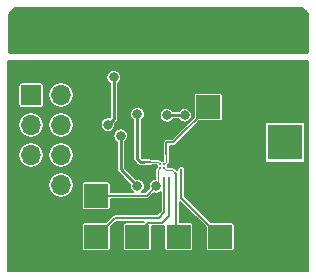
<source format=gbl>
G04 #@! TF.GenerationSoftware,KiCad,Pcbnew,(5.1.10)-1*
G04 #@! TF.CreationDate,2021-12-08T09:06:10-05:00*
G04 #@! TF.ProjectId,WS2812_Driver,57533238-3132-45f4-9472-697665722e6b,rev?*
G04 #@! TF.SameCoordinates,Original*
G04 #@! TF.FileFunction,Copper,L2,Bot*
G04 #@! TF.FilePolarity,Positive*
%FSLAX46Y46*%
G04 Gerber Fmt 4.6, Leading zero omitted, Abs format (unit mm)*
G04 Created by KiCad (PCBNEW (5.1.10)-1) date 2021-12-08 09:06:10*
%MOMM*%
%LPD*%
G01*
G04 APERTURE LIST*
G04 #@! TA.AperFunction,SMDPad,CuDef*
%ADD10R,2.000000X2.000000*%
G04 #@! TD*
G04 #@! TA.AperFunction,ComponentPad*
%ADD11O,1.700000X1.700000*%
G04 #@! TD*
G04 #@! TA.AperFunction,ComponentPad*
%ADD12R,1.700000X1.700000*%
G04 #@! TD*
G04 #@! TA.AperFunction,ComponentPad*
%ADD13R,3.000000X3.000000*%
G04 #@! TD*
G04 #@! TA.AperFunction,ViaPad*
%ADD14C,0.800000*%
G04 #@! TD*
G04 #@! TA.AperFunction,ViaPad*
%ADD15C,0.200000*%
G04 #@! TD*
G04 #@! TA.AperFunction,Conductor*
%ADD16C,0.250000*%
G04 #@! TD*
G04 #@! TA.AperFunction,Conductor*
%ADD17C,0.150000*%
G04 #@! TD*
G04 #@! TA.AperFunction,Conductor*
%ADD18C,0.101600*%
G04 #@! TD*
G04 #@! TA.AperFunction,Conductor*
%ADD19C,0.254000*%
G04 #@! TD*
G04 APERTURE END LIST*
D10*
X94680000Y-92970000D03*
X85180000Y-100470000D03*
D11*
X82220000Y-99590000D03*
X79680000Y-99590000D03*
X82220000Y-97050000D03*
X79680000Y-97050000D03*
X82220000Y-94510000D03*
X79680000Y-94510000D03*
X82220000Y-91970000D03*
D12*
X79680000Y-91970000D03*
D10*
X88680000Y-103970000D03*
X85180000Y-103970000D03*
X95680000Y-103970000D03*
X92180000Y-103970000D03*
D13*
X101180000Y-104970000D03*
X101180000Y-95970000D03*
X101180000Y-86470000D03*
X79680000Y-104970000D03*
X79680000Y-86470000D03*
D14*
X96180000Y-97970000D03*
X84380000Y-92970000D03*
X89980000Y-93070000D03*
X87680000Y-93570000D03*
X97680000Y-89870000D03*
D15*
X89580000Y-97970000D03*
X89750000Y-99085000D03*
D14*
X87260000Y-95410000D03*
X91180000Y-93670000D03*
X88680006Y-99670000D03*
X92680000Y-93670000D03*
X88680000Y-93570000D03*
D15*
X90605000Y-97800000D03*
X90960000Y-98150000D03*
X92380000Y-98270000D03*
X90955000Y-98965000D03*
X91380000Y-98970000D03*
D14*
X86680000Y-90470000D03*
X86180000Y-94470000D03*
X90240000Y-99680000D03*
D15*
X90605000Y-98150000D03*
X91180000Y-95970000D03*
X90960000Y-97800000D03*
D16*
X87260000Y-95410000D02*
X87260000Y-98249994D01*
X87260000Y-98249994D02*
X88680006Y-99670000D01*
X91180000Y-93670000D02*
X92580000Y-93670000D01*
X92580000Y-93670000D02*
X92680000Y-93670000D01*
X88680000Y-93570000D02*
X88680000Y-97370000D01*
X88680000Y-97370000D02*
X88940000Y-97630000D01*
X89245000Y-97630000D02*
X88940000Y-97630000D01*
D17*
X89800000Y-97630000D02*
X89245000Y-97630000D01*
D18*
X89805000Y-97625000D02*
X89800000Y-97630000D01*
X90430000Y-97625000D02*
X89805000Y-97625000D01*
X90605000Y-97800000D02*
X90430000Y-97625000D01*
D17*
X91830000Y-98520000D02*
X91980000Y-98670000D01*
D18*
X91135000Y-98325000D02*
X91635000Y-98325000D01*
X91635000Y-98325000D02*
X91830000Y-98520000D01*
X91130000Y-98320000D02*
X91135000Y-98325000D01*
D17*
X91980000Y-103770000D02*
X92180000Y-103970000D01*
X91980000Y-98670000D02*
X91980000Y-103770000D01*
D18*
X91130000Y-98320000D02*
X90960000Y-98150000D01*
D17*
X92380000Y-100670000D02*
X92380000Y-98270000D01*
X95680000Y-103970000D02*
X92380000Y-100670000D01*
X86780000Y-102370000D02*
X85180000Y-103970000D01*
X90480000Y-102370000D02*
X86780000Y-102370000D01*
X90955000Y-101895000D02*
X90480000Y-102370000D01*
X90955000Y-98965000D02*
X90955000Y-101895000D01*
X91380000Y-102170000D02*
X91380000Y-98970000D01*
X90780000Y-102770000D02*
X91380000Y-102170000D01*
X89580000Y-102770000D02*
X90780000Y-102770000D01*
X88680000Y-103670000D02*
X89580000Y-102770000D01*
D16*
X86680000Y-90470000D02*
X86680000Y-93970000D01*
X86680000Y-93970000D02*
X86180000Y-94470000D01*
D17*
X89450000Y-100470000D02*
X90240000Y-99680000D01*
X85180000Y-100470000D02*
X89450000Y-100470000D01*
D18*
X90430000Y-98330000D02*
X90430000Y-99490000D01*
X90430000Y-99490000D02*
X90240000Y-99680000D01*
X90440000Y-98320000D02*
X90430000Y-98330000D01*
X90440000Y-98315000D02*
X90605000Y-98150000D01*
X90440000Y-98320000D02*
X90440000Y-98315000D01*
X91130000Y-97630000D02*
X91130000Y-96980000D01*
D17*
X91130000Y-96020000D02*
X91180000Y-95970000D01*
X91130000Y-96980000D02*
X91130000Y-96020000D01*
X94680000Y-93020000D02*
X94680000Y-92970000D01*
X91730000Y-95970000D02*
X94680000Y-93020000D01*
X91180000Y-95970000D02*
X91730000Y-95970000D01*
D18*
X91130000Y-97630000D02*
X90960000Y-97800000D01*
D19*
X102826612Y-84811848D02*
X103053000Y-85085503D01*
X103053000Y-88343000D01*
X77807000Y-88343000D01*
X77807000Y-85086818D01*
X78021848Y-84823388D01*
X78295503Y-84597000D01*
X102563182Y-84597000D01*
X102826612Y-84811848D01*
G04 #@! TA.AperFunction,Conductor*
D17*
G36*
X102826612Y-84811848D02*
G01*
X103053000Y-85085503D01*
X103053000Y-88343000D01*
X77807000Y-88343000D01*
X77807000Y-85086818D01*
X78021848Y-84823388D01*
X78295503Y-84597000D01*
X102563182Y-84597000D01*
X102826612Y-84811848D01*
G37*
G04 #@! TD.AperFunction*
X103105000Y-106895000D02*
X77755000Y-106895000D01*
X77755000Y-99484122D01*
X81145000Y-99484122D01*
X81145000Y-99695878D01*
X81186312Y-99903566D01*
X81267348Y-100099203D01*
X81384993Y-100275272D01*
X81534728Y-100425007D01*
X81710797Y-100542652D01*
X81906434Y-100623688D01*
X82114122Y-100665000D01*
X82325878Y-100665000D01*
X82533566Y-100623688D01*
X82729203Y-100542652D01*
X82905272Y-100425007D01*
X83055007Y-100275272D01*
X83172652Y-100099203D01*
X83253688Y-99903566D01*
X83295000Y-99695878D01*
X83295000Y-99484122D01*
X83292191Y-99470000D01*
X83953912Y-99470000D01*
X83953912Y-101470000D01*
X83958256Y-101514108D01*
X83971122Y-101556520D01*
X83992015Y-101595608D01*
X84020132Y-101629868D01*
X84054392Y-101657985D01*
X84093480Y-101678878D01*
X84135892Y-101691744D01*
X84180000Y-101696088D01*
X86180000Y-101696088D01*
X86224108Y-101691744D01*
X86266520Y-101678878D01*
X86305608Y-101657985D01*
X86339868Y-101629868D01*
X86367985Y-101595608D01*
X86388878Y-101556520D01*
X86401744Y-101514108D01*
X86406088Y-101470000D01*
X86406088Y-100770000D01*
X89435277Y-100770000D01*
X89450000Y-100771450D01*
X89464723Y-100770000D01*
X89464733Y-100770000D01*
X89508810Y-100765659D01*
X89565360Y-100748504D01*
X89617477Y-100720647D01*
X89663158Y-100683158D01*
X89672553Y-100671710D01*
X90062356Y-100281908D01*
X90178443Y-100305000D01*
X90301557Y-100305000D01*
X90422306Y-100280981D01*
X90536048Y-100233868D01*
X90638414Y-100165469D01*
X90655000Y-100148883D01*
X90655001Y-101770735D01*
X90355737Y-102070000D01*
X86794730Y-102070000D01*
X86780000Y-102068549D01*
X86765270Y-102070000D01*
X86765267Y-102070000D01*
X86721190Y-102074341D01*
X86677801Y-102087503D01*
X86664639Y-102091496D01*
X86612522Y-102119353D01*
X86578285Y-102147450D01*
X86578279Y-102147456D01*
X86566842Y-102156842D01*
X86557456Y-102168279D01*
X85981824Y-102743912D01*
X84180000Y-102743912D01*
X84135892Y-102748256D01*
X84093480Y-102761122D01*
X84054392Y-102782015D01*
X84020132Y-102810132D01*
X83992015Y-102844392D01*
X83971122Y-102883480D01*
X83958256Y-102925892D01*
X83953912Y-102970000D01*
X83953912Y-104970000D01*
X83958256Y-105014108D01*
X83971122Y-105056520D01*
X83992015Y-105095608D01*
X84020132Y-105129868D01*
X84054392Y-105157985D01*
X84093480Y-105178878D01*
X84135892Y-105191744D01*
X84180000Y-105196088D01*
X86180000Y-105196088D01*
X86224108Y-105191744D01*
X86266520Y-105178878D01*
X86305608Y-105157985D01*
X86339868Y-105129868D01*
X86367985Y-105095608D01*
X86388878Y-105056520D01*
X86401744Y-105014108D01*
X86406088Y-104970000D01*
X86406088Y-103168176D01*
X86904265Y-102670000D01*
X89255736Y-102670000D01*
X89181824Y-102743912D01*
X87680000Y-102743912D01*
X87635892Y-102748256D01*
X87593480Y-102761122D01*
X87554392Y-102782015D01*
X87520132Y-102810132D01*
X87492015Y-102844392D01*
X87471122Y-102883480D01*
X87458256Y-102925892D01*
X87453912Y-102970000D01*
X87453912Y-104970000D01*
X87458256Y-105014108D01*
X87471122Y-105056520D01*
X87492015Y-105095608D01*
X87520132Y-105129868D01*
X87554392Y-105157985D01*
X87593480Y-105178878D01*
X87635892Y-105191744D01*
X87680000Y-105196088D01*
X89680000Y-105196088D01*
X89724108Y-105191744D01*
X89766520Y-105178878D01*
X89805608Y-105157985D01*
X89839868Y-105129868D01*
X89867985Y-105095608D01*
X89888878Y-105056520D01*
X89901744Y-105014108D01*
X89906088Y-104970000D01*
X89906088Y-103070000D01*
X90765277Y-103070000D01*
X90780000Y-103071450D01*
X90794723Y-103070000D01*
X90794733Y-103070000D01*
X90838810Y-103065659D01*
X90895360Y-103048504D01*
X90947477Y-103020647D01*
X90953912Y-103015366D01*
X90953912Y-104970000D01*
X90958256Y-105014108D01*
X90971122Y-105056520D01*
X90992015Y-105095608D01*
X91020132Y-105129868D01*
X91054392Y-105157985D01*
X91093480Y-105178878D01*
X91135892Y-105191744D01*
X91180000Y-105196088D01*
X93180000Y-105196088D01*
X93224108Y-105191744D01*
X93266520Y-105178878D01*
X93305608Y-105157985D01*
X93339868Y-105129868D01*
X93367985Y-105095608D01*
X93388878Y-105056520D01*
X93401744Y-105014108D01*
X93406088Y-104970000D01*
X93406088Y-102970000D01*
X93401744Y-102925892D01*
X93388878Y-102883480D01*
X93367985Y-102844392D01*
X93339868Y-102810132D01*
X93305608Y-102782015D01*
X93266520Y-102761122D01*
X93224108Y-102748256D01*
X93180000Y-102743912D01*
X92280000Y-102743912D01*
X92280000Y-100994263D01*
X94453912Y-103168176D01*
X94453912Y-104970000D01*
X94458256Y-105014108D01*
X94471122Y-105056520D01*
X94492015Y-105095608D01*
X94520132Y-105129868D01*
X94554392Y-105157985D01*
X94593480Y-105178878D01*
X94635892Y-105191744D01*
X94680000Y-105196088D01*
X96680000Y-105196088D01*
X96724108Y-105191744D01*
X96766520Y-105178878D01*
X96805608Y-105157985D01*
X96839868Y-105129868D01*
X96867985Y-105095608D01*
X96888878Y-105056520D01*
X96901744Y-105014108D01*
X96906088Y-104970000D01*
X96906088Y-102970000D01*
X96901744Y-102925892D01*
X96888878Y-102883480D01*
X96867985Y-102844392D01*
X96839868Y-102810132D01*
X96805608Y-102782015D01*
X96766520Y-102761122D01*
X96724108Y-102748256D01*
X96680000Y-102743912D01*
X94878176Y-102743912D01*
X92680000Y-100545737D01*
X92680000Y-98395003D01*
X92692511Y-98364799D01*
X92705000Y-98302010D01*
X92705000Y-98237990D01*
X92692511Y-98175201D01*
X92668012Y-98116055D01*
X92632444Y-98062824D01*
X92587176Y-98017556D01*
X92533945Y-97981988D01*
X92474799Y-97957489D01*
X92412010Y-97945000D01*
X92347990Y-97945000D01*
X92285201Y-97957489D01*
X92226055Y-97981988D01*
X92172824Y-98017556D01*
X92127556Y-98062824D01*
X92091988Y-98116055D01*
X92067489Y-98175201D01*
X92055000Y-98237990D01*
X92055000Y-98302010D01*
X92059650Y-98325387D01*
X92031714Y-98297451D01*
X91997477Y-98269353D01*
X91945360Y-98241497D01*
X91939872Y-98239832D01*
X91839596Y-98139557D01*
X91830963Y-98129037D01*
X91788967Y-98094572D01*
X91741055Y-98068962D01*
X91689066Y-98053191D01*
X91648544Y-98049200D01*
X91648534Y-98049200D01*
X91635000Y-98047867D01*
X91621466Y-98049200D01*
X91270025Y-98049200D01*
X91248012Y-97996055D01*
X91233943Y-97975000D01*
X91248012Y-97953945D01*
X91272511Y-97894799D01*
X91276799Y-97873240D01*
X91315442Y-97834597D01*
X91325963Y-97825963D01*
X91349341Y-97797477D01*
X91360428Y-97783968D01*
X91386038Y-97736055D01*
X91392445Y-97714935D01*
X91401809Y-97684066D01*
X91405800Y-97643544D01*
X91405800Y-97643535D01*
X91407133Y-97630001D01*
X91405800Y-97616467D01*
X91405800Y-97100419D01*
X91408504Y-97095360D01*
X91425659Y-97038810D01*
X91430000Y-96994733D01*
X91430000Y-96270000D01*
X91715277Y-96270000D01*
X91730000Y-96271450D01*
X91744723Y-96270000D01*
X91744733Y-96270000D01*
X91788810Y-96265659D01*
X91845360Y-96248504D01*
X91897477Y-96220647D01*
X91943158Y-96183158D01*
X91952553Y-96171710D01*
X93654263Y-94470000D01*
X99453912Y-94470000D01*
X99453912Y-97470000D01*
X99458256Y-97514108D01*
X99471122Y-97556520D01*
X99492015Y-97595608D01*
X99520132Y-97629868D01*
X99554392Y-97657985D01*
X99593480Y-97678878D01*
X99635892Y-97691744D01*
X99680000Y-97696088D01*
X102680000Y-97696088D01*
X102724108Y-97691744D01*
X102766520Y-97678878D01*
X102805608Y-97657985D01*
X102839868Y-97629868D01*
X102867985Y-97595608D01*
X102888878Y-97556520D01*
X102901744Y-97514108D01*
X102906088Y-97470000D01*
X102906088Y-94470000D01*
X102901744Y-94425892D01*
X102888878Y-94383480D01*
X102867985Y-94344392D01*
X102839868Y-94310132D01*
X102805608Y-94282015D01*
X102766520Y-94261122D01*
X102724108Y-94248256D01*
X102680000Y-94243912D01*
X99680000Y-94243912D01*
X99635892Y-94248256D01*
X99593480Y-94261122D01*
X99554392Y-94282015D01*
X99520132Y-94310132D01*
X99492015Y-94344392D01*
X99471122Y-94383480D01*
X99458256Y-94425892D01*
X99453912Y-94470000D01*
X93654263Y-94470000D01*
X93928176Y-94196088D01*
X95680000Y-94196088D01*
X95724108Y-94191744D01*
X95766520Y-94178878D01*
X95805608Y-94157985D01*
X95839868Y-94129868D01*
X95867985Y-94095608D01*
X95888878Y-94056520D01*
X95901744Y-94014108D01*
X95906088Y-93970000D01*
X95906088Y-91970000D01*
X95901744Y-91925892D01*
X95888878Y-91883480D01*
X95867985Y-91844392D01*
X95839868Y-91810132D01*
X95805608Y-91782015D01*
X95766520Y-91761122D01*
X95724108Y-91748256D01*
X95680000Y-91743912D01*
X93680000Y-91743912D01*
X93635892Y-91748256D01*
X93593480Y-91761122D01*
X93554392Y-91782015D01*
X93520132Y-91810132D01*
X93492015Y-91844392D01*
X93471122Y-91883480D01*
X93458256Y-91925892D01*
X93453912Y-91970000D01*
X93453912Y-93821824D01*
X91605737Y-95670000D01*
X91305003Y-95670000D01*
X91274799Y-95657489D01*
X91212010Y-95645000D01*
X91147990Y-95645000D01*
X91085201Y-95657489D01*
X91026055Y-95681988D01*
X90972824Y-95717556D01*
X90927556Y-95762824D01*
X90891988Y-95816055D01*
X90868375Y-95873063D01*
X90851497Y-95904640D01*
X90834342Y-95961190D01*
X90828550Y-96020000D01*
X90830001Y-96034733D01*
X90830000Y-96994732D01*
X90834341Y-97038809D01*
X90851496Y-97095359D01*
X90854201Y-97100419D01*
X90854200Y-97492046D01*
X90806055Y-97511988D01*
X90782500Y-97527727D01*
X90758945Y-97511988D01*
X90699799Y-97487489D01*
X90678240Y-97483201D01*
X90634599Y-97439560D01*
X90625963Y-97429037D01*
X90583967Y-97394572D01*
X90536055Y-97368962D01*
X90484066Y-97353191D01*
X90443544Y-97349200D01*
X90443534Y-97349200D01*
X90430000Y-97347867D01*
X90416466Y-97349200D01*
X89907791Y-97349200D01*
X89858810Y-97334341D01*
X89814733Y-97330000D01*
X89426213Y-97330000D01*
X89379587Y-97305078D01*
X89313612Y-97285065D01*
X89262189Y-97280000D01*
X89084974Y-97280000D01*
X89030000Y-97225026D01*
X89030000Y-94087818D01*
X89078414Y-94055469D01*
X89165469Y-93968414D01*
X89233868Y-93866048D01*
X89280981Y-93752306D01*
X89305000Y-93631557D01*
X89305000Y-93608443D01*
X90555000Y-93608443D01*
X90555000Y-93731557D01*
X90579019Y-93852306D01*
X90626132Y-93966048D01*
X90694531Y-94068414D01*
X90781586Y-94155469D01*
X90883952Y-94223868D01*
X90997694Y-94270981D01*
X91118443Y-94295000D01*
X91241557Y-94295000D01*
X91362306Y-94270981D01*
X91476048Y-94223868D01*
X91578414Y-94155469D01*
X91665469Y-94068414D01*
X91697818Y-94020000D01*
X92162182Y-94020000D01*
X92194531Y-94068414D01*
X92281586Y-94155469D01*
X92383952Y-94223868D01*
X92497694Y-94270981D01*
X92618443Y-94295000D01*
X92741557Y-94295000D01*
X92862306Y-94270981D01*
X92976048Y-94223868D01*
X93078414Y-94155469D01*
X93165469Y-94068414D01*
X93233868Y-93966048D01*
X93280981Y-93852306D01*
X93305000Y-93731557D01*
X93305000Y-93608443D01*
X93280981Y-93487694D01*
X93233868Y-93373952D01*
X93165469Y-93271586D01*
X93078414Y-93184531D01*
X92976048Y-93116132D01*
X92862306Y-93069019D01*
X92741557Y-93045000D01*
X92618443Y-93045000D01*
X92497694Y-93069019D01*
X92383952Y-93116132D01*
X92281586Y-93184531D01*
X92194531Y-93271586D01*
X92162182Y-93320000D01*
X91697818Y-93320000D01*
X91665469Y-93271586D01*
X91578414Y-93184531D01*
X91476048Y-93116132D01*
X91362306Y-93069019D01*
X91241557Y-93045000D01*
X91118443Y-93045000D01*
X90997694Y-93069019D01*
X90883952Y-93116132D01*
X90781586Y-93184531D01*
X90694531Y-93271586D01*
X90626132Y-93373952D01*
X90579019Y-93487694D01*
X90555000Y-93608443D01*
X89305000Y-93608443D01*
X89305000Y-93508443D01*
X89280981Y-93387694D01*
X89233868Y-93273952D01*
X89165469Y-93171586D01*
X89078414Y-93084531D01*
X88976048Y-93016132D01*
X88862306Y-92969019D01*
X88741557Y-92945000D01*
X88618443Y-92945000D01*
X88497694Y-92969019D01*
X88383952Y-93016132D01*
X88281586Y-93084531D01*
X88194531Y-93171586D01*
X88126132Y-93273952D01*
X88079019Y-93387694D01*
X88055000Y-93508443D01*
X88055000Y-93631557D01*
X88079019Y-93752306D01*
X88126132Y-93866048D01*
X88194531Y-93968414D01*
X88281586Y-94055469D01*
X88330000Y-94087818D01*
X88330001Y-97352802D01*
X88328307Y-97370000D01*
X88335065Y-97438611D01*
X88346104Y-97475000D01*
X88355079Y-97504587D01*
X88387579Y-97565390D01*
X88431316Y-97618685D01*
X88444675Y-97629648D01*
X88680355Y-97865330D01*
X88691315Y-97878685D01*
X88741137Y-97919572D01*
X88744610Y-97922422D01*
X88805413Y-97954922D01*
X88871388Y-97974935D01*
X88940000Y-97981694D01*
X88957196Y-97980000D01*
X89262189Y-97980000D01*
X89313612Y-97974935D01*
X89379587Y-97954922D01*
X89426213Y-97930000D01*
X89814733Y-97930000D01*
X89858810Y-97925659D01*
X89915360Y-97908504D01*
X89929773Y-97900800D01*
X90294975Y-97900800D01*
X90316988Y-97953945D01*
X90331057Y-97975000D01*
X90316988Y-97996055D01*
X90292489Y-98055201D01*
X90288201Y-98076760D01*
X90254560Y-98110401D01*
X90244037Y-98119037D01*
X90209572Y-98161033D01*
X90205257Y-98169106D01*
X90199572Y-98176033D01*
X90173962Y-98223946D01*
X90158191Y-98275935D01*
X90154200Y-98316457D01*
X90154200Y-98316466D01*
X90152867Y-98330000D01*
X90154200Y-98343534D01*
X90154201Y-99059822D01*
X90057694Y-99079019D01*
X89943952Y-99126132D01*
X89841586Y-99194531D01*
X89754531Y-99281586D01*
X89686132Y-99383952D01*
X89639019Y-99497694D01*
X89615000Y-99618443D01*
X89615000Y-99741557D01*
X89638092Y-99857644D01*
X89325737Y-100170000D01*
X89056673Y-100170000D01*
X89078420Y-100155469D01*
X89165475Y-100068414D01*
X89233874Y-99966048D01*
X89280987Y-99852306D01*
X89305006Y-99731557D01*
X89305006Y-99608443D01*
X89280987Y-99487694D01*
X89233874Y-99373952D01*
X89165475Y-99271586D01*
X89078420Y-99184531D01*
X88976054Y-99116132D01*
X88862312Y-99069019D01*
X88741563Y-99045000D01*
X88618449Y-99045000D01*
X88561340Y-99056360D01*
X87610000Y-98105021D01*
X87610000Y-95927818D01*
X87658414Y-95895469D01*
X87745469Y-95808414D01*
X87813868Y-95706048D01*
X87860981Y-95592306D01*
X87885000Y-95471557D01*
X87885000Y-95348443D01*
X87860981Y-95227694D01*
X87813868Y-95113952D01*
X87745469Y-95011586D01*
X87658414Y-94924531D01*
X87556048Y-94856132D01*
X87442306Y-94809019D01*
X87321557Y-94785000D01*
X87198443Y-94785000D01*
X87077694Y-94809019D01*
X86963952Y-94856132D01*
X86861586Y-94924531D01*
X86774531Y-95011586D01*
X86706132Y-95113952D01*
X86659019Y-95227694D01*
X86635000Y-95348443D01*
X86635000Y-95471557D01*
X86659019Y-95592306D01*
X86706132Y-95706048D01*
X86774531Y-95808414D01*
X86861586Y-95895469D01*
X86910000Y-95927818D01*
X86910001Y-98232796D01*
X86908307Y-98249994D01*
X86915065Y-98318605D01*
X86931889Y-98374065D01*
X86935079Y-98384581D01*
X86967579Y-98445384D01*
X87011316Y-98498679D01*
X87024676Y-98509643D01*
X88066366Y-99551334D01*
X88055006Y-99608443D01*
X88055006Y-99731557D01*
X88079025Y-99852306D01*
X88126138Y-99966048D01*
X88194537Y-100068414D01*
X88281592Y-100155469D01*
X88303339Y-100170000D01*
X86406088Y-100170000D01*
X86406088Y-99470000D01*
X86401744Y-99425892D01*
X86388878Y-99383480D01*
X86367985Y-99344392D01*
X86339868Y-99310132D01*
X86305608Y-99282015D01*
X86266520Y-99261122D01*
X86224108Y-99248256D01*
X86180000Y-99243912D01*
X84180000Y-99243912D01*
X84135892Y-99248256D01*
X84093480Y-99261122D01*
X84054392Y-99282015D01*
X84020132Y-99310132D01*
X83992015Y-99344392D01*
X83971122Y-99383480D01*
X83958256Y-99425892D01*
X83953912Y-99470000D01*
X83292191Y-99470000D01*
X83253688Y-99276434D01*
X83172652Y-99080797D01*
X83055007Y-98904728D01*
X82905272Y-98754993D01*
X82729203Y-98637348D01*
X82533566Y-98556312D01*
X82325878Y-98515000D01*
X82114122Y-98515000D01*
X81906434Y-98556312D01*
X81710797Y-98637348D01*
X81534728Y-98754993D01*
X81384993Y-98904728D01*
X81267348Y-99080797D01*
X81186312Y-99276434D01*
X81145000Y-99484122D01*
X77755000Y-99484122D01*
X77755000Y-96944122D01*
X78605000Y-96944122D01*
X78605000Y-97155878D01*
X78646312Y-97363566D01*
X78727348Y-97559203D01*
X78844993Y-97735272D01*
X78994728Y-97885007D01*
X79170797Y-98002652D01*
X79366434Y-98083688D01*
X79574122Y-98125000D01*
X79785878Y-98125000D01*
X79993566Y-98083688D01*
X80189203Y-98002652D01*
X80365272Y-97885007D01*
X80515007Y-97735272D01*
X80632652Y-97559203D01*
X80713688Y-97363566D01*
X80755000Y-97155878D01*
X80755000Y-96944122D01*
X81145000Y-96944122D01*
X81145000Y-97155878D01*
X81186312Y-97363566D01*
X81267348Y-97559203D01*
X81384993Y-97735272D01*
X81534728Y-97885007D01*
X81710797Y-98002652D01*
X81906434Y-98083688D01*
X82114122Y-98125000D01*
X82325878Y-98125000D01*
X82533566Y-98083688D01*
X82729203Y-98002652D01*
X82905272Y-97885007D01*
X83055007Y-97735272D01*
X83172652Y-97559203D01*
X83253688Y-97363566D01*
X83295000Y-97155878D01*
X83295000Y-96944122D01*
X83253688Y-96736434D01*
X83172652Y-96540797D01*
X83055007Y-96364728D01*
X82905272Y-96214993D01*
X82729203Y-96097348D01*
X82533566Y-96016312D01*
X82325878Y-95975000D01*
X82114122Y-95975000D01*
X81906434Y-96016312D01*
X81710797Y-96097348D01*
X81534728Y-96214993D01*
X81384993Y-96364728D01*
X81267348Y-96540797D01*
X81186312Y-96736434D01*
X81145000Y-96944122D01*
X80755000Y-96944122D01*
X80713688Y-96736434D01*
X80632652Y-96540797D01*
X80515007Y-96364728D01*
X80365272Y-96214993D01*
X80189203Y-96097348D01*
X79993566Y-96016312D01*
X79785878Y-95975000D01*
X79574122Y-95975000D01*
X79366434Y-96016312D01*
X79170797Y-96097348D01*
X78994728Y-96214993D01*
X78844993Y-96364728D01*
X78727348Y-96540797D01*
X78646312Y-96736434D01*
X78605000Y-96944122D01*
X77755000Y-96944122D01*
X77755000Y-94404122D01*
X78605000Y-94404122D01*
X78605000Y-94615878D01*
X78646312Y-94823566D01*
X78727348Y-95019203D01*
X78844993Y-95195272D01*
X78994728Y-95345007D01*
X79170797Y-95462652D01*
X79366434Y-95543688D01*
X79574122Y-95585000D01*
X79785878Y-95585000D01*
X79993566Y-95543688D01*
X80189203Y-95462652D01*
X80365272Y-95345007D01*
X80515007Y-95195272D01*
X80632652Y-95019203D01*
X80713688Y-94823566D01*
X80755000Y-94615878D01*
X80755000Y-94404122D01*
X81145000Y-94404122D01*
X81145000Y-94615878D01*
X81186312Y-94823566D01*
X81267348Y-95019203D01*
X81384993Y-95195272D01*
X81534728Y-95345007D01*
X81710797Y-95462652D01*
X81906434Y-95543688D01*
X82114122Y-95585000D01*
X82325878Y-95585000D01*
X82533566Y-95543688D01*
X82729203Y-95462652D01*
X82905272Y-95345007D01*
X83055007Y-95195272D01*
X83172652Y-95019203D01*
X83253688Y-94823566D01*
X83295000Y-94615878D01*
X83295000Y-94408443D01*
X85555000Y-94408443D01*
X85555000Y-94531557D01*
X85579019Y-94652306D01*
X85626132Y-94766048D01*
X85694531Y-94868414D01*
X85781586Y-94955469D01*
X85883952Y-95023868D01*
X85997694Y-95070981D01*
X86118443Y-95095000D01*
X86241557Y-95095000D01*
X86362306Y-95070981D01*
X86476048Y-95023868D01*
X86578414Y-94955469D01*
X86665469Y-94868414D01*
X86733868Y-94766048D01*
X86780981Y-94652306D01*
X86805000Y-94531557D01*
X86805000Y-94408443D01*
X86793640Y-94351334D01*
X86915325Y-94229649D01*
X86928685Y-94218685D01*
X86972422Y-94165390D01*
X86994616Y-94123868D01*
X87004922Y-94104588D01*
X87024935Y-94038612D01*
X87031693Y-93970000D01*
X87030000Y-93952811D01*
X87030000Y-90987818D01*
X87078414Y-90955469D01*
X87165469Y-90868414D01*
X87233868Y-90766048D01*
X87280981Y-90652306D01*
X87305000Y-90531557D01*
X87305000Y-90408443D01*
X87280981Y-90287694D01*
X87233868Y-90173952D01*
X87165469Y-90071586D01*
X87078414Y-89984531D01*
X86976048Y-89916132D01*
X86862306Y-89869019D01*
X86741557Y-89845000D01*
X86618443Y-89845000D01*
X86497694Y-89869019D01*
X86383952Y-89916132D01*
X86281586Y-89984531D01*
X86194531Y-90071586D01*
X86126132Y-90173952D01*
X86079019Y-90287694D01*
X86055000Y-90408443D01*
X86055000Y-90531557D01*
X86079019Y-90652306D01*
X86126132Y-90766048D01*
X86194531Y-90868414D01*
X86281586Y-90955469D01*
X86330000Y-90987818D01*
X86330001Y-93825025D01*
X86298666Y-93856360D01*
X86241557Y-93845000D01*
X86118443Y-93845000D01*
X85997694Y-93869019D01*
X85883952Y-93916132D01*
X85781586Y-93984531D01*
X85694531Y-94071586D01*
X85626132Y-94173952D01*
X85579019Y-94287694D01*
X85555000Y-94408443D01*
X83295000Y-94408443D01*
X83295000Y-94404122D01*
X83253688Y-94196434D01*
X83172652Y-94000797D01*
X83055007Y-93824728D01*
X82905272Y-93674993D01*
X82729203Y-93557348D01*
X82533566Y-93476312D01*
X82325878Y-93435000D01*
X82114122Y-93435000D01*
X81906434Y-93476312D01*
X81710797Y-93557348D01*
X81534728Y-93674993D01*
X81384993Y-93824728D01*
X81267348Y-94000797D01*
X81186312Y-94196434D01*
X81145000Y-94404122D01*
X80755000Y-94404122D01*
X80713688Y-94196434D01*
X80632652Y-94000797D01*
X80515007Y-93824728D01*
X80365272Y-93674993D01*
X80189203Y-93557348D01*
X79993566Y-93476312D01*
X79785878Y-93435000D01*
X79574122Y-93435000D01*
X79366434Y-93476312D01*
X79170797Y-93557348D01*
X78994728Y-93674993D01*
X78844993Y-93824728D01*
X78727348Y-94000797D01*
X78646312Y-94196434D01*
X78605000Y-94404122D01*
X77755000Y-94404122D01*
X77755000Y-91120000D01*
X78603912Y-91120000D01*
X78603912Y-92820000D01*
X78608256Y-92864108D01*
X78621122Y-92906520D01*
X78642015Y-92945608D01*
X78670132Y-92979868D01*
X78704392Y-93007985D01*
X78743480Y-93028878D01*
X78785892Y-93041744D01*
X78830000Y-93046088D01*
X80530000Y-93046088D01*
X80574108Y-93041744D01*
X80616520Y-93028878D01*
X80655608Y-93007985D01*
X80689868Y-92979868D01*
X80717985Y-92945608D01*
X80738878Y-92906520D01*
X80751744Y-92864108D01*
X80756088Y-92820000D01*
X80756088Y-91864122D01*
X81145000Y-91864122D01*
X81145000Y-92075878D01*
X81186312Y-92283566D01*
X81267348Y-92479203D01*
X81384993Y-92655272D01*
X81534728Y-92805007D01*
X81710797Y-92922652D01*
X81906434Y-93003688D01*
X82114122Y-93045000D01*
X82325878Y-93045000D01*
X82533566Y-93003688D01*
X82729203Y-92922652D01*
X82905272Y-92805007D01*
X83055007Y-92655272D01*
X83172652Y-92479203D01*
X83253688Y-92283566D01*
X83295000Y-92075878D01*
X83295000Y-91864122D01*
X83253688Y-91656434D01*
X83172652Y-91460797D01*
X83055007Y-91284728D01*
X82905272Y-91134993D01*
X82729203Y-91017348D01*
X82533566Y-90936312D01*
X82325878Y-90895000D01*
X82114122Y-90895000D01*
X81906434Y-90936312D01*
X81710797Y-91017348D01*
X81534728Y-91134993D01*
X81384993Y-91284728D01*
X81267348Y-91460797D01*
X81186312Y-91656434D01*
X81145000Y-91864122D01*
X80756088Y-91864122D01*
X80756088Y-91120000D01*
X80751744Y-91075892D01*
X80738878Y-91033480D01*
X80717985Y-90994392D01*
X80689868Y-90960132D01*
X80655608Y-90932015D01*
X80616520Y-90911122D01*
X80574108Y-90898256D01*
X80530000Y-90893912D01*
X78830000Y-90893912D01*
X78785892Y-90898256D01*
X78743480Y-90911122D01*
X78704392Y-90932015D01*
X78670132Y-90960132D01*
X78642015Y-90994392D01*
X78621122Y-91033480D01*
X78608256Y-91075892D01*
X78603912Y-91120000D01*
X77755000Y-91120000D01*
X77755000Y-89053000D01*
X103105000Y-89053000D01*
X103105000Y-106895000D01*
G04 #@! TA.AperFunction,Conductor*
G36*
X103105000Y-106895000D02*
G01*
X77755000Y-106895000D01*
X77755000Y-99484122D01*
X81145000Y-99484122D01*
X81145000Y-99695878D01*
X81186312Y-99903566D01*
X81267348Y-100099203D01*
X81384993Y-100275272D01*
X81534728Y-100425007D01*
X81710797Y-100542652D01*
X81906434Y-100623688D01*
X82114122Y-100665000D01*
X82325878Y-100665000D01*
X82533566Y-100623688D01*
X82729203Y-100542652D01*
X82905272Y-100425007D01*
X83055007Y-100275272D01*
X83172652Y-100099203D01*
X83253688Y-99903566D01*
X83295000Y-99695878D01*
X83295000Y-99484122D01*
X83292191Y-99470000D01*
X83953912Y-99470000D01*
X83953912Y-101470000D01*
X83958256Y-101514108D01*
X83971122Y-101556520D01*
X83992015Y-101595608D01*
X84020132Y-101629868D01*
X84054392Y-101657985D01*
X84093480Y-101678878D01*
X84135892Y-101691744D01*
X84180000Y-101696088D01*
X86180000Y-101696088D01*
X86224108Y-101691744D01*
X86266520Y-101678878D01*
X86305608Y-101657985D01*
X86339868Y-101629868D01*
X86367985Y-101595608D01*
X86388878Y-101556520D01*
X86401744Y-101514108D01*
X86406088Y-101470000D01*
X86406088Y-100770000D01*
X89435277Y-100770000D01*
X89450000Y-100771450D01*
X89464723Y-100770000D01*
X89464733Y-100770000D01*
X89508810Y-100765659D01*
X89565360Y-100748504D01*
X89617477Y-100720647D01*
X89663158Y-100683158D01*
X89672553Y-100671710D01*
X90062356Y-100281908D01*
X90178443Y-100305000D01*
X90301557Y-100305000D01*
X90422306Y-100280981D01*
X90536048Y-100233868D01*
X90638414Y-100165469D01*
X90655000Y-100148883D01*
X90655001Y-101770735D01*
X90355737Y-102070000D01*
X86794730Y-102070000D01*
X86780000Y-102068549D01*
X86765270Y-102070000D01*
X86765267Y-102070000D01*
X86721190Y-102074341D01*
X86677801Y-102087503D01*
X86664639Y-102091496D01*
X86612522Y-102119353D01*
X86578285Y-102147450D01*
X86578279Y-102147456D01*
X86566842Y-102156842D01*
X86557456Y-102168279D01*
X85981824Y-102743912D01*
X84180000Y-102743912D01*
X84135892Y-102748256D01*
X84093480Y-102761122D01*
X84054392Y-102782015D01*
X84020132Y-102810132D01*
X83992015Y-102844392D01*
X83971122Y-102883480D01*
X83958256Y-102925892D01*
X83953912Y-102970000D01*
X83953912Y-104970000D01*
X83958256Y-105014108D01*
X83971122Y-105056520D01*
X83992015Y-105095608D01*
X84020132Y-105129868D01*
X84054392Y-105157985D01*
X84093480Y-105178878D01*
X84135892Y-105191744D01*
X84180000Y-105196088D01*
X86180000Y-105196088D01*
X86224108Y-105191744D01*
X86266520Y-105178878D01*
X86305608Y-105157985D01*
X86339868Y-105129868D01*
X86367985Y-105095608D01*
X86388878Y-105056520D01*
X86401744Y-105014108D01*
X86406088Y-104970000D01*
X86406088Y-103168176D01*
X86904265Y-102670000D01*
X89255736Y-102670000D01*
X89181824Y-102743912D01*
X87680000Y-102743912D01*
X87635892Y-102748256D01*
X87593480Y-102761122D01*
X87554392Y-102782015D01*
X87520132Y-102810132D01*
X87492015Y-102844392D01*
X87471122Y-102883480D01*
X87458256Y-102925892D01*
X87453912Y-102970000D01*
X87453912Y-104970000D01*
X87458256Y-105014108D01*
X87471122Y-105056520D01*
X87492015Y-105095608D01*
X87520132Y-105129868D01*
X87554392Y-105157985D01*
X87593480Y-105178878D01*
X87635892Y-105191744D01*
X87680000Y-105196088D01*
X89680000Y-105196088D01*
X89724108Y-105191744D01*
X89766520Y-105178878D01*
X89805608Y-105157985D01*
X89839868Y-105129868D01*
X89867985Y-105095608D01*
X89888878Y-105056520D01*
X89901744Y-105014108D01*
X89906088Y-104970000D01*
X89906088Y-103070000D01*
X90765277Y-103070000D01*
X90780000Y-103071450D01*
X90794723Y-103070000D01*
X90794733Y-103070000D01*
X90838810Y-103065659D01*
X90895360Y-103048504D01*
X90947477Y-103020647D01*
X90953912Y-103015366D01*
X90953912Y-104970000D01*
X90958256Y-105014108D01*
X90971122Y-105056520D01*
X90992015Y-105095608D01*
X91020132Y-105129868D01*
X91054392Y-105157985D01*
X91093480Y-105178878D01*
X91135892Y-105191744D01*
X91180000Y-105196088D01*
X93180000Y-105196088D01*
X93224108Y-105191744D01*
X93266520Y-105178878D01*
X93305608Y-105157985D01*
X93339868Y-105129868D01*
X93367985Y-105095608D01*
X93388878Y-105056520D01*
X93401744Y-105014108D01*
X93406088Y-104970000D01*
X93406088Y-102970000D01*
X93401744Y-102925892D01*
X93388878Y-102883480D01*
X93367985Y-102844392D01*
X93339868Y-102810132D01*
X93305608Y-102782015D01*
X93266520Y-102761122D01*
X93224108Y-102748256D01*
X93180000Y-102743912D01*
X92280000Y-102743912D01*
X92280000Y-100994263D01*
X94453912Y-103168176D01*
X94453912Y-104970000D01*
X94458256Y-105014108D01*
X94471122Y-105056520D01*
X94492015Y-105095608D01*
X94520132Y-105129868D01*
X94554392Y-105157985D01*
X94593480Y-105178878D01*
X94635892Y-105191744D01*
X94680000Y-105196088D01*
X96680000Y-105196088D01*
X96724108Y-105191744D01*
X96766520Y-105178878D01*
X96805608Y-105157985D01*
X96839868Y-105129868D01*
X96867985Y-105095608D01*
X96888878Y-105056520D01*
X96901744Y-105014108D01*
X96906088Y-104970000D01*
X96906088Y-102970000D01*
X96901744Y-102925892D01*
X96888878Y-102883480D01*
X96867985Y-102844392D01*
X96839868Y-102810132D01*
X96805608Y-102782015D01*
X96766520Y-102761122D01*
X96724108Y-102748256D01*
X96680000Y-102743912D01*
X94878176Y-102743912D01*
X92680000Y-100545737D01*
X92680000Y-98395003D01*
X92692511Y-98364799D01*
X92705000Y-98302010D01*
X92705000Y-98237990D01*
X92692511Y-98175201D01*
X92668012Y-98116055D01*
X92632444Y-98062824D01*
X92587176Y-98017556D01*
X92533945Y-97981988D01*
X92474799Y-97957489D01*
X92412010Y-97945000D01*
X92347990Y-97945000D01*
X92285201Y-97957489D01*
X92226055Y-97981988D01*
X92172824Y-98017556D01*
X92127556Y-98062824D01*
X92091988Y-98116055D01*
X92067489Y-98175201D01*
X92055000Y-98237990D01*
X92055000Y-98302010D01*
X92059650Y-98325387D01*
X92031714Y-98297451D01*
X91997477Y-98269353D01*
X91945360Y-98241497D01*
X91939872Y-98239832D01*
X91839596Y-98139557D01*
X91830963Y-98129037D01*
X91788967Y-98094572D01*
X91741055Y-98068962D01*
X91689066Y-98053191D01*
X91648544Y-98049200D01*
X91648534Y-98049200D01*
X91635000Y-98047867D01*
X91621466Y-98049200D01*
X91270025Y-98049200D01*
X91248012Y-97996055D01*
X91233943Y-97975000D01*
X91248012Y-97953945D01*
X91272511Y-97894799D01*
X91276799Y-97873240D01*
X91315442Y-97834597D01*
X91325963Y-97825963D01*
X91349341Y-97797477D01*
X91360428Y-97783968D01*
X91386038Y-97736055D01*
X91392445Y-97714935D01*
X91401809Y-97684066D01*
X91405800Y-97643544D01*
X91405800Y-97643535D01*
X91407133Y-97630001D01*
X91405800Y-97616467D01*
X91405800Y-97100419D01*
X91408504Y-97095360D01*
X91425659Y-97038810D01*
X91430000Y-96994733D01*
X91430000Y-96270000D01*
X91715277Y-96270000D01*
X91730000Y-96271450D01*
X91744723Y-96270000D01*
X91744733Y-96270000D01*
X91788810Y-96265659D01*
X91845360Y-96248504D01*
X91897477Y-96220647D01*
X91943158Y-96183158D01*
X91952553Y-96171710D01*
X93654263Y-94470000D01*
X99453912Y-94470000D01*
X99453912Y-97470000D01*
X99458256Y-97514108D01*
X99471122Y-97556520D01*
X99492015Y-97595608D01*
X99520132Y-97629868D01*
X99554392Y-97657985D01*
X99593480Y-97678878D01*
X99635892Y-97691744D01*
X99680000Y-97696088D01*
X102680000Y-97696088D01*
X102724108Y-97691744D01*
X102766520Y-97678878D01*
X102805608Y-97657985D01*
X102839868Y-97629868D01*
X102867985Y-97595608D01*
X102888878Y-97556520D01*
X102901744Y-97514108D01*
X102906088Y-97470000D01*
X102906088Y-94470000D01*
X102901744Y-94425892D01*
X102888878Y-94383480D01*
X102867985Y-94344392D01*
X102839868Y-94310132D01*
X102805608Y-94282015D01*
X102766520Y-94261122D01*
X102724108Y-94248256D01*
X102680000Y-94243912D01*
X99680000Y-94243912D01*
X99635892Y-94248256D01*
X99593480Y-94261122D01*
X99554392Y-94282015D01*
X99520132Y-94310132D01*
X99492015Y-94344392D01*
X99471122Y-94383480D01*
X99458256Y-94425892D01*
X99453912Y-94470000D01*
X93654263Y-94470000D01*
X93928176Y-94196088D01*
X95680000Y-94196088D01*
X95724108Y-94191744D01*
X95766520Y-94178878D01*
X95805608Y-94157985D01*
X95839868Y-94129868D01*
X95867985Y-94095608D01*
X95888878Y-94056520D01*
X95901744Y-94014108D01*
X95906088Y-93970000D01*
X95906088Y-91970000D01*
X95901744Y-91925892D01*
X95888878Y-91883480D01*
X95867985Y-91844392D01*
X95839868Y-91810132D01*
X95805608Y-91782015D01*
X95766520Y-91761122D01*
X95724108Y-91748256D01*
X95680000Y-91743912D01*
X93680000Y-91743912D01*
X93635892Y-91748256D01*
X93593480Y-91761122D01*
X93554392Y-91782015D01*
X93520132Y-91810132D01*
X93492015Y-91844392D01*
X93471122Y-91883480D01*
X93458256Y-91925892D01*
X93453912Y-91970000D01*
X93453912Y-93821824D01*
X91605737Y-95670000D01*
X91305003Y-95670000D01*
X91274799Y-95657489D01*
X91212010Y-95645000D01*
X91147990Y-95645000D01*
X91085201Y-95657489D01*
X91026055Y-95681988D01*
X90972824Y-95717556D01*
X90927556Y-95762824D01*
X90891988Y-95816055D01*
X90868375Y-95873063D01*
X90851497Y-95904640D01*
X90834342Y-95961190D01*
X90828550Y-96020000D01*
X90830001Y-96034733D01*
X90830000Y-96994732D01*
X90834341Y-97038809D01*
X90851496Y-97095359D01*
X90854201Y-97100419D01*
X90854200Y-97492046D01*
X90806055Y-97511988D01*
X90782500Y-97527727D01*
X90758945Y-97511988D01*
X90699799Y-97487489D01*
X90678240Y-97483201D01*
X90634599Y-97439560D01*
X90625963Y-97429037D01*
X90583967Y-97394572D01*
X90536055Y-97368962D01*
X90484066Y-97353191D01*
X90443544Y-97349200D01*
X90443534Y-97349200D01*
X90430000Y-97347867D01*
X90416466Y-97349200D01*
X89907791Y-97349200D01*
X89858810Y-97334341D01*
X89814733Y-97330000D01*
X89426213Y-97330000D01*
X89379587Y-97305078D01*
X89313612Y-97285065D01*
X89262189Y-97280000D01*
X89084974Y-97280000D01*
X89030000Y-97225026D01*
X89030000Y-94087818D01*
X89078414Y-94055469D01*
X89165469Y-93968414D01*
X89233868Y-93866048D01*
X89280981Y-93752306D01*
X89305000Y-93631557D01*
X89305000Y-93608443D01*
X90555000Y-93608443D01*
X90555000Y-93731557D01*
X90579019Y-93852306D01*
X90626132Y-93966048D01*
X90694531Y-94068414D01*
X90781586Y-94155469D01*
X90883952Y-94223868D01*
X90997694Y-94270981D01*
X91118443Y-94295000D01*
X91241557Y-94295000D01*
X91362306Y-94270981D01*
X91476048Y-94223868D01*
X91578414Y-94155469D01*
X91665469Y-94068414D01*
X91697818Y-94020000D01*
X92162182Y-94020000D01*
X92194531Y-94068414D01*
X92281586Y-94155469D01*
X92383952Y-94223868D01*
X92497694Y-94270981D01*
X92618443Y-94295000D01*
X92741557Y-94295000D01*
X92862306Y-94270981D01*
X92976048Y-94223868D01*
X93078414Y-94155469D01*
X93165469Y-94068414D01*
X93233868Y-93966048D01*
X93280981Y-93852306D01*
X93305000Y-93731557D01*
X93305000Y-93608443D01*
X93280981Y-93487694D01*
X93233868Y-93373952D01*
X93165469Y-93271586D01*
X93078414Y-93184531D01*
X92976048Y-93116132D01*
X92862306Y-93069019D01*
X92741557Y-93045000D01*
X92618443Y-93045000D01*
X92497694Y-93069019D01*
X92383952Y-93116132D01*
X92281586Y-93184531D01*
X92194531Y-93271586D01*
X92162182Y-93320000D01*
X91697818Y-93320000D01*
X91665469Y-93271586D01*
X91578414Y-93184531D01*
X91476048Y-93116132D01*
X91362306Y-93069019D01*
X91241557Y-93045000D01*
X91118443Y-93045000D01*
X90997694Y-93069019D01*
X90883952Y-93116132D01*
X90781586Y-93184531D01*
X90694531Y-93271586D01*
X90626132Y-93373952D01*
X90579019Y-93487694D01*
X90555000Y-93608443D01*
X89305000Y-93608443D01*
X89305000Y-93508443D01*
X89280981Y-93387694D01*
X89233868Y-93273952D01*
X89165469Y-93171586D01*
X89078414Y-93084531D01*
X88976048Y-93016132D01*
X88862306Y-92969019D01*
X88741557Y-92945000D01*
X88618443Y-92945000D01*
X88497694Y-92969019D01*
X88383952Y-93016132D01*
X88281586Y-93084531D01*
X88194531Y-93171586D01*
X88126132Y-93273952D01*
X88079019Y-93387694D01*
X88055000Y-93508443D01*
X88055000Y-93631557D01*
X88079019Y-93752306D01*
X88126132Y-93866048D01*
X88194531Y-93968414D01*
X88281586Y-94055469D01*
X88330000Y-94087818D01*
X88330001Y-97352802D01*
X88328307Y-97370000D01*
X88335065Y-97438611D01*
X88346104Y-97475000D01*
X88355079Y-97504587D01*
X88387579Y-97565390D01*
X88431316Y-97618685D01*
X88444675Y-97629648D01*
X88680355Y-97865330D01*
X88691315Y-97878685D01*
X88741137Y-97919572D01*
X88744610Y-97922422D01*
X88805413Y-97954922D01*
X88871388Y-97974935D01*
X88940000Y-97981694D01*
X88957196Y-97980000D01*
X89262189Y-97980000D01*
X89313612Y-97974935D01*
X89379587Y-97954922D01*
X89426213Y-97930000D01*
X89814733Y-97930000D01*
X89858810Y-97925659D01*
X89915360Y-97908504D01*
X89929773Y-97900800D01*
X90294975Y-97900800D01*
X90316988Y-97953945D01*
X90331057Y-97975000D01*
X90316988Y-97996055D01*
X90292489Y-98055201D01*
X90288201Y-98076760D01*
X90254560Y-98110401D01*
X90244037Y-98119037D01*
X90209572Y-98161033D01*
X90205257Y-98169106D01*
X90199572Y-98176033D01*
X90173962Y-98223946D01*
X90158191Y-98275935D01*
X90154200Y-98316457D01*
X90154200Y-98316466D01*
X90152867Y-98330000D01*
X90154200Y-98343534D01*
X90154201Y-99059822D01*
X90057694Y-99079019D01*
X89943952Y-99126132D01*
X89841586Y-99194531D01*
X89754531Y-99281586D01*
X89686132Y-99383952D01*
X89639019Y-99497694D01*
X89615000Y-99618443D01*
X89615000Y-99741557D01*
X89638092Y-99857644D01*
X89325737Y-100170000D01*
X89056673Y-100170000D01*
X89078420Y-100155469D01*
X89165475Y-100068414D01*
X89233874Y-99966048D01*
X89280987Y-99852306D01*
X89305006Y-99731557D01*
X89305006Y-99608443D01*
X89280987Y-99487694D01*
X89233874Y-99373952D01*
X89165475Y-99271586D01*
X89078420Y-99184531D01*
X88976054Y-99116132D01*
X88862312Y-99069019D01*
X88741563Y-99045000D01*
X88618449Y-99045000D01*
X88561340Y-99056360D01*
X87610000Y-98105021D01*
X87610000Y-95927818D01*
X87658414Y-95895469D01*
X87745469Y-95808414D01*
X87813868Y-95706048D01*
X87860981Y-95592306D01*
X87885000Y-95471557D01*
X87885000Y-95348443D01*
X87860981Y-95227694D01*
X87813868Y-95113952D01*
X87745469Y-95011586D01*
X87658414Y-94924531D01*
X87556048Y-94856132D01*
X87442306Y-94809019D01*
X87321557Y-94785000D01*
X87198443Y-94785000D01*
X87077694Y-94809019D01*
X86963952Y-94856132D01*
X86861586Y-94924531D01*
X86774531Y-95011586D01*
X86706132Y-95113952D01*
X86659019Y-95227694D01*
X86635000Y-95348443D01*
X86635000Y-95471557D01*
X86659019Y-95592306D01*
X86706132Y-95706048D01*
X86774531Y-95808414D01*
X86861586Y-95895469D01*
X86910000Y-95927818D01*
X86910001Y-98232796D01*
X86908307Y-98249994D01*
X86915065Y-98318605D01*
X86931889Y-98374065D01*
X86935079Y-98384581D01*
X86967579Y-98445384D01*
X87011316Y-98498679D01*
X87024676Y-98509643D01*
X88066366Y-99551334D01*
X88055006Y-99608443D01*
X88055006Y-99731557D01*
X88079025Y-99852306D01*
X88126138Y-99966048D01*
X88194537Y-100068414D01*
X88281592Y-100155469D01*
X88303339Y-100170000D01*
X86406088Y-100170000D01*
X86406088Y-99470000D01*
X86401744Y-99425892D01*
X86388878Y-99383480D01*
X86367985Y-99344392D01*
X86339868Y-99310132D01*
X86305608Y-99282015D01*
X86266520Y-99261122D01*
X86224108Y-99248256D01*
X86180000Y-99243912D01*
X84180000Y-99243912D01*
X84135892Y-99248256D01*
X84093480Y-99261122D01*
X84054392Y-99282015D01*
X84020132Y-99310132D01*
X83992015Y-99344392D01*
X83971122Y-99383480D01*
X83958256Y-99425892D01*
X83953912Y-99470000D01*
X83292191Y-99470000D01*
X83253688Y-99276434D01*
X83172652Y-99080797D01*
X83055007Y-98904728D01*
X82905272Y-98754993D01*
X82729203Y-98637348D01*
X82533566Y-98556312D01*
X82325878Y-98515000D01*
X82114122Y-98515000D01*
X81906434Y-98556312D01*
X81710797Y-98637348D01*
X81534728Y-98754993D01*
X81384993Y-98904728D01*
X81267348Y-99080797D01*
X81186312Y-99276434D01*
X81145000Y-99484122D01*
X77755000Y-99484122D01*
X77755000Y-96944122D01*
X78605000Y-96944122D01*
X78605000Y-97155878D01*
X78646312Y-97363566D01*
X78727348Y-97559203D01*
X78844993Y-97735272D01*
X78994728Y-97885007D01*
X79170797Y-98002652D01*
X79366434Y-98083688D01*
X79574122Y-98125000D01*
X79785878Y-98125000D01*
X79993566Y-98083688D01*
X80189203Y-98002652D01*
X80365272Y-97885007D01*
X80515007Y-97735272D01*
X80632652Y-97559203D01*
X80713688Y-97363566D01*
X80755000Y-97155878D01*
X80755000Y-96944122D01*
X81145000Y-96944122D01*
X81145000Y-97155878D01*
X81186312Y-97363566D01*
X81267348Y-97559203D01*
X81384993Y-97735272D01*
X81534728Y-97885007D01*
X81710797Y-98002652D01*
X81906434Y-98083688D01*
X82114122Y-98125000D01*
X82325878Y-98125000D01*
X82533566Y-98083688D01*
X82729203Y-98002652D01*
X82905272Y-97885007D01*
X83055007Y-97735272D01*
X83172652Y-97559203D01*
X83253688Y-97363566D01*
X83295000Y-97155878D01*
X83295000Y-96944122D01*
X83253688Y-96736434D01*
X83172652Y-96540797D01*
X83055007Y-96364728D01*
X82905272Y-96214993D01*
X82729203Y-96097348D01*
X82533566Y-96016312D01*
X82325878Y-95975000D01*
X82114122Y-95975000D01*
X81906434Y-96016312D01*
X81710797Y-96097348D01*
X81534728Y-96214993D01*
X81384993Y-96364728D01*
X81267348Y-96540797D01*
X81186312Y-96736434D01*
X81145000Y-96944122D01*
X80755000Y-96944122D01*
X80713688Y-96736434D01*
X80632652Y-96540797D01*
X80515007Y-96364728D01*
X80365272Y-96214993D01*
X80189203Y-96097348D01*
X79993566Y-96016312D01*
X79785878Y-95975000D01*
X79574122Y-95975000D01*
X79366434Y-96016312D01*
X79170797Y-96097348D01*
X78994728Y-96214993D01*
X78844993Y-96364728D01*
X78727348Y-96540797D01*
X78646312Y-96736434D01*
X78605000Y-96944122D01*
X77755000Y-96944122D01*
X77755000Y-94404122D01*
X78605000Y-94404122D01*
X78605000Y-94615878D01*
X78646312Y-94823566D01*
X78727348Y-95019203D01*
X78844993Y-95195272D01*
X78994728Y-95345007D01*
X79170797Y-95462652D01*
X79366434Y-95543688D01*
X79574122Y-95585000D01*
X79785878Y-95585000D01*
X79993566Y-95543688D01*
X80189203Y-95462652D01*
X80365272Y-95345007D01*
X80515007Y-95195272D01*
X80632652Y-95019203D01*
X80713688Y-94823566D01*
X80755000Y-94615878D01*
X80755000Y-94404122D01*
X81145000Y-94404122D01*
X81145000Y-94615878D01*
X81186312Y-94823566D01*
X81267348Y-95019203D01*
X81384993Y-95195272D01*
X81534728Y-95345007D01*
X81710797Y-95462652D01*
X81906434Y-95543688D01*
X82114122Y-95585000D01*
X82325878Y-95585000D01*
X82533566Y-95543688D01*
X82729203Y-95462652D01*
X82905272Y-95345007D01*
X83055007Y-95195272D01*
X83172652Y-95019203D01*
X83253688Y-94823566D01*
X83295000Y-94615878D01*
X83295000Y-94408443D01*
X85555000Y-94408443D01*
X85555000Y-94531557D01*
X85579019Y-94652306D01*
X85626132Y-94766048D01*
X85694531Y-94868414D01*
X85781586Y-94955469D01*
X85883952Y-95023868D01*
X85997694Y-95070981D01*
X86118443Y-95095000D01*
X86241557Y-95095000D01*
X86362306Y-95070981D01*
X86476048Y-95023868D01*
X86578414Y-94955469D01*
X86665469Y-94868414D01*
X86733868Y-94766048D01*
X86780981Y-94652306D01*
X86805000Y-94531557D01*
X86805000Y-94408443D01*
X86793640Y-94351334D01*
X86915325Y-94229649D01*
X86928685Y-94218685D01*
X86972422Y-94165390D01*
X86994616Y-94123868D01*
X87004922Y-94104588D01*
X87024935Y-94038612D01*
X87031693Y-93970000D01*
X87030000Y-93952811D01*
X87030000Y-90987818D01*
X87078414Y-90955469D01*
X87165469Y-90868414D01*
X87233868Y-90766048D01*
X87280981Y-90652306D01*
X87305000Y-90531557D01*
X87305000Y-90408443D01*
X87280981Y-90287694D01*
X87233868Y-90173952D01*
X87165469Y-90071586D01*
X87078414Y-89984531D01*
X86976048Y-89916132D01*
X86862306Y-89869019D01*
X86741557Y-89845000D01*
X86618443Y-89845000D01*
X86497694Y-89869019D01*
X86383952Y-89916132D01*
X86281586Y-89984531D01*
X86194531Y-90071586D01*
X86126132Y-90173952D01*
X86079019Y-90287694D01*
X86055000Y-90408443D01*
X86055000Y-90531557D01*
X86079019Y-90652306D01*
X86126132Y-90766048D01*
X86194531Y-90868414D01*
X86281586Y-90955469D01*
X86330000Y-90987818D01*
X86330001Y-93825025D01*
X86298666Y-93856360D01*
X86241557Y-93845000D01*
X86118443Y-93845000D01*
X85997694Y-93869019D01*
X85883952Y-93916132D01*
X85781586Y-93984531D01*
X85694531Y-94071586D01*
X85626132Y-94173952D01*
X85579019Y-94287694D01*
X85555000Y-94408443D01*
X83295000Y-94408443D01*
X83295000Y-94404122D01*
X83253688Y-94196434D01*
X83172652Y-94000797D01*
X83055007Y-93824728D01*
X82905272Y-93674993D01*
X82729203Y-93557348D01*
X82533566Y-93476312D01*
X82325878Y-93435000D01*
X82114122Y-93435000D01*
X81906434Y-93476312D01*
X81710797Y-93557348D01*
X81534728Y-93674993D01*
X81384993Y-93824728D01*
X81267348Y-94000797D01*
X81186312Y-94196434D01*
X81145000Y-94404122D01*
X80755000Y-94404122D01*
X80713688Y-94196434D01*
X80632652Y-94000797D01*
X80515007Y-93824728D01*
X80365272Y-93674993D01*
X80189203Y-93557348D01*
X79993566Y-93476312D01*
X79785878Y-93435000D01*
X79574122Y-93435000D01*
X79366434Y-93476312D01*
X79170797Y-93557348D01*
X78994728Y-93674993D01*
X78844993Y-93824728D01*
X78727348Y-94000797D01*
X78646312Y-94196434D01*
X78605000Y-94404122D01*
X77755000Y-94404122D01*
X77755000Y-91120000D01*
X78603912Y-91120000D01*
X78603912Y-92820000D01*
X78608256Y-92864108D01*
X78621122Y-92906520D01*
X78642015Y-92945608D01*
X78670132Y-92979868D01*
X78704392Y-93007985D01*
X78743480Y-93028878D01*
X78785892Y-93041744D01*
X78830000Y-93046088D01*
X80530000Y-93046088D01*
X80574108Y-93041744D01*
X80616520Y-93028878D01*
X80655608Y-93007985D01*
X80689868Y-92979868D01*
X80717985Y-92945608D01*
X80738878Y-92906520D01*
X80751744Y-92864108D01*
X80756088Y-92820000D01*
X80756088Y-91864122D01*
X81145000Y-91864122D01*
X81145000Y-92075878D01*
X81186312Y-92283566D01*
X81267348Y-92479203D01*
X81384993Y-92655272D01*
X81534728Y-92805007D01*
X81710797Y-92922652D01*
X81906434Y-93003688D01*
X82114122Y-93045000D01*
X82325878Y-93045000D01*
X82533566Y-93003688D01*
X82729203Y-92922652D01*
X82905272Y-92805007D01*
X83055007Y-92655272D01*
X83172652Y-92479203D01*
X83253688Y-92283566D01*
X83295000Y-92075878D01*
X83295000Y-91864122D01*
X83253688Y-91656434D01*
X83172652Y-91460797D01*
X83055007Y-91284728D01*
X82905272Y-91134993D01*
X82729203Y-91017348D01*
X82533566Y-90936312D01*
X82325878Y-90895000D01*
X82114122Y-90895000D01*
X81906434Y-90936312D01*
X81710797Y-91017348D01*
X81534728Y-91134993D01*
X81384993Y-91284728D01*
X81267348Y-91460797D01*
X81186312Y-91656434D01*
X81145000Y-91864122D01*
X80756088Y-91864122D01*
X80756088Y-91120000D01*
X80751744Y-91075892D01*
X80738878Y-91033480D01*
X80717985Y-90994392D01*
X80689868Y-90960132D01*
X80655608Y-90932015D01*
X80616520Y-90911122D01*
X80574108Y-90898256D01*
X80530000Y-90893912D01*
X78830000Y-90893912D01*
X78785892Y-90898256D01*
X78743480Y-90911122D01*
X78704392Y-90932015D01*
X78670132Y-90960132D01*
X78642015Y-90994392D01*
X78621122Y-91033480D01*
X78608256Y-91075892D01*
X78603912Y-91120000D01*
X77755000Y-91120000D01*
X77755000Y-89053000D01*
X103105000Y-89053000D01*
X103105000Y-106895000D01*
G37*
G04 #@! TD.AperFunction*
M02*

</source>
